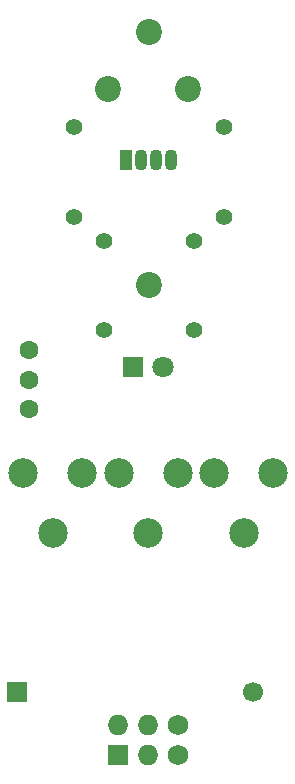
<source format=gts>
G04 #@! TF.GenerationSoftware,KiCad,Pcbnew,(5.1.9)-1*
G04 #@! TF.CreationDate,2022-07-06T14:17:01-05:00*
G04 #@! TF.ProjectId,hom3c0ming_boutonniere,686f6d33-6330-46d6-996e-675f626f7574,2*
G04 #@! TF.SameCoordinates,Original*
G04 #@! TF.FileFunction,Soldermask,Top*
G04 #@! TF.FilePolarity,Negative*
%FSLAX46Y46*%
G04 Gerber Fmt 4.6, Leading zero omitted, Abs format (unit mm)*
G04 Created by KiCad (PCBNEW (5.1.9)-1) date 2022-07-06 14:17:01*
%MOMM*%
%LPD*%
G01*
G04 APERTURE LIST*
%ADD10R,1.700000X1.700000*%
%ADD11C,1.700000*%
%ADD12C,2.200000*%
%ADD13R,1.800000X1.800000*%
%ADD14C,1.800000*%
%ADD15R,1.070000X1.800000*%
%ADD16O,1.070000X1.800000*%
%ADD17C,2.500000*%
%ADD18C,1.400000*%
%ADD19C,1.600000*%
%ADD20C,1.727200*%
%ADD21O,1.727200X1.727200*%
%ADD22R,1.727200X1.727200*%
G04 APERTURE END LIST*
D10*
X112049260Y-103000000D03*
D11*
X132049260Y-103000000D03*
D12*
X119744280Y-51968400D03*
X126544280Y-51968400D03*
X123182380Y-68606840D03*
X123182380Y-47106840D03*
D13*
X121894600Y-75542140D03*
D14*
X124434600Y-75542140D03*
D15*
X121300240Y-57950100D03*
D16*
X122570240Y-57950100D03*
X123840240Y-57950100D03*
X125110240Y-57950100D03*
D17*
X115084220Y-89540000D03*
X112584220Y-84500000D03*
X117584220Y-84500000D03*
X131225920Y-89540000D03*
X128725920Y-84500000D03*
X133725920Y-84500000D03*
X123158880Y-89540000D03*
X120658880Y-84500000D03*
X125658880Y-84500000D03*
D18*
X116883180Y-55153560D03*
X116883180Y-62773560D03*
X129590800Y-62831980D03*
X129590800Y-55211980D03*
X127043180Y-64836040D03*
X119423180Y-64836040D03*
X127017780Y-72344280D03*
X119397780Y-72344280D03*
D19*
X113100000Y-76600000D03*
X113100000Y-74100000D03*
X113100000Y-79100000D03*
D20*
X125710000Y-105830000D03*
X125710000Y-108370000D03*
D21*
X123170000Y-105830000D03*
X123170000Y-108370000D03*
X120630000Y-105830000D03*
D22*
X120630000Y-108370000D03*
M02*

</source>
